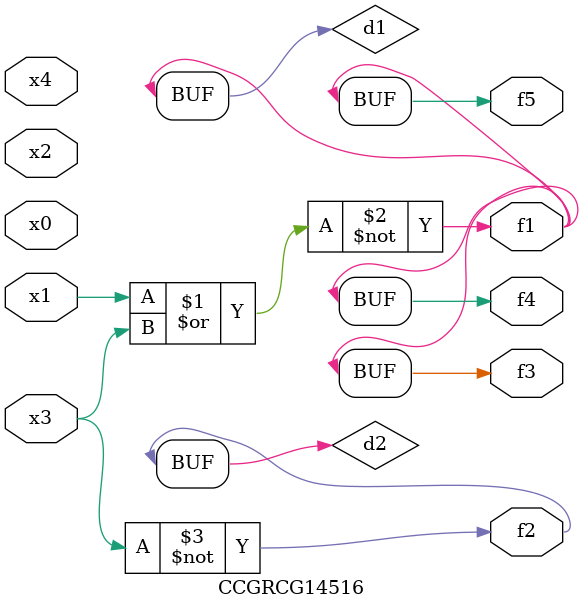
<source format=v>
module CCGRCG14516(
	input x0, x1, x2, x3, x4,
	output f1, f2, f3, f4, f5
);

	wire d1, d2;

	nor (d1, x1, x3);
	not (d2, x3);
	assign f1 = d1;
	assign f2 = d2;
	assign f3 = d1;
	assign f4 = d1;
	assign f5 = d1;
endmodule

</source>
